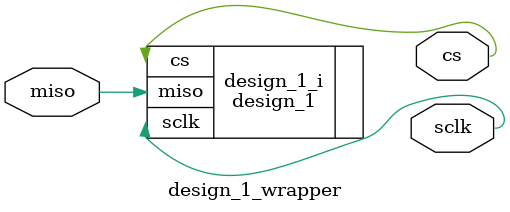
<source format=v>
`timescale 1 ps / 1 ps

module design_1_wrapper
   (cs,
    miso,
    sclk);
  output cs;
  input miso;
  output sclk;

  wire cs;
  wire miso;
  wire sclk;

  design_1 design_1_i
       (.cs(cs),
        .miso(miso),
        .sclk(sclk));
endmodule

</source>
